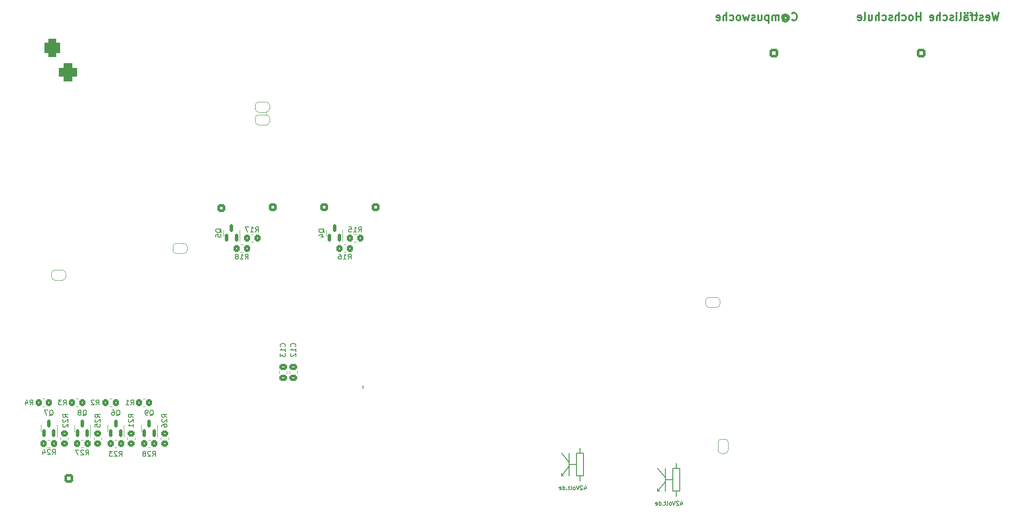
<source format=gbo>
G04 #@! TF.GenerationSoftware,KiCad,Pcbnew,6.0.4-1.fc35*
G04 #@! TF.CreationDate,2022-04-14T23:25:06+02:00*
G04 #@! TF.ProjectId,office_amp,6f666669-6365-45f6-916d-702e6b696361,rev?*
G04 #@! TF.SameCoordinates,Original*
G04 #@! TF.FileFunction,Legend,Bot*
G04 #@! TF.FilePolarity,Positive*
%FSLAX46Y46*%
G04 Gerber Fmt 4.6, Leading zero omitted, Abs format (unit mm)*
G04 Created by KiCad (PCBNEW 6.0.4-1.fc35) date 2022-04-14 23:25:06*
%MOMM*%
%LPD*%
G01*
G04 APERTURE LIST*
G04 Aperture macros list*
%AMRoundRect*
0 Rectangle with rounded corners*
0 $1 Rounding radius*
0 $2 $3 $4 $5 $6 $7 $8 $9 X,Y pos of 4 corners*
0 Add a 4 corners polygon primitive as box body*
4,1,4,$2,$3,$4,$5,$6,$7,$8,$9,$2,$3,0*
0 Add four circle primitives for the rounded corners*
1,1,$1+$1,$2,$3*
1,1,$1+$1,$4,$5*
1,1,$1+$1,$6,$7*
1,1,$1+$1,$8,$9*
0 Add four rect primitives between the rounded corners*
20,1,$1+$1,$2,$3,$4,$5,0*
20,1,$1+$1,$4,$5,$6,$7,0*
20,1,$1+$1,$6,$7,$8,$9,0*
20,1,$1+$1,$8,$9,$2,$3,0*%
%AMFreePoly0*
4,1,20,0.000000,0.744959,0.073905,0.744508,0.209726,0.703889,0.328688,0.626782,0.421226,0.519385,0.479903,0.390333,0.500000,0.250000,0.500000,-0.250000,0.499851,-0.262216,0.476331,-0.402017,0.414519,-0.529596,0.319384,-0.634700,0.198574,-0.708877,0.061801,-0.746166,0.000000,-0.745033,0.000000,-0.750000,-0.500000,-0.750000,-0.500000,0.750000,0.000000,0.750000,0.000000,0.744959,
0.000000,0.744959,$1*%
%AMFreePoly1*
4,1,22,0.500000,-0.750000,0.000000,-0.750000,0.000000,-0.745033,-0.079941,-0.743568,-0.215256,-0.701293,-0.333266,-0.622738,-0.424486,-0.514219,-0.481581,-0.384460,-0.499164,-0.250000,-0.500000,-0.250000,-0.500000,0.250000,-0.499164,0.250000,-0.499963,0.256109,-0.478152,0.396186,-0.417904,0.524511,-0.324060,0.630769,-0.204165,0.706417,-0.067858,0.745374,0.000000,0.744959,0.000000,0.750000,
0.500000,0.750000,0.500000,-0.750000,0.500000,-0.750000,$1*%
G04 Aperture macros list end*
%ADD10C,0.150000*%
%ADD11C,0.300000*%
%ADD12C,0.120000*%
%ADD13FreePoly0,180.000000*%
%ADD14FreePoly1,180.000000*%
%ADD15FreePoly0,270.000000*%
%ADD16FreePoly1,270.000000*%
%ADD17O,1.700000X1.700000*%
%ADD18R,1.700000X1.700000*%
%ADD19C,1.800000*%
%ADD20O,3.500000X2.600000*%
%ADD21C,7.000000*%
%ADD22C,1.700000*%
%ADD23RoundRect,0.250000X0.600000X-0.600000X0.600000X0.600000X-0.600000X0.600000X-0.600000X-0.600000X0*%
%ADD24R,3.500000X3.500000*%
%ADD25RoundRect,0.750000X-0.750000X-1.000000X0.750000X-1.000000X0.750000X1.000000X-0.750000X1.000000X0*%
%ADD26RoundRect,0.875000X-0.875000X-0.875000X0.875000X-0.875000X0.875000X0.875000X-0.875000X0.875000X0*%
%ADD27R,1.600000X1.600000*%
%ADD28C,1.900000*%
%ADD29R,2.000000X2.000000*%
%ADD30C,2.000000*%
%ADD31RoundRect,0.250500X0.499500X0.499500X-0.499500X0.499500X-0.499500X-0.499500X0.499500X-0.499500X0*%
%ADD32C,1.500000*%
%ADD33C,2.340000*%
%ADD34O,1.600000X1.600000*%
%ADD35C,1.600000*%
%ADD36R,2.500000X2.500000*%
%ADD37C,2.500000*%
%ADD38C,2.800000*%
%ADD39RoundRect,0.250000X0.475000X-0.337500X0.475000X0.337500X-0.475000X0.337500X-0.475000X-0.337500X0*%
%ADD40RoundRect,0.250000X0.350000X0.450000X-0.350000X0.450000X-0.350000X-0.450000X0.350000X-0.450000X0*%
%ADD41RoundRect,0.250000X-0.350000X-0.450000X0.350000X-0.450000X0.350000X0.450000X-0.350000X0.450000X0*%
%ADD42RoundRect,0.250000X-0.450000X0.350000X-0.450000X-0.350000X0.450000X-0.350000X0.450000X0.350000X0*%
%ADD43FreePoly1,0.000000*%
%ADD44FreePoly0,0.000000*%
%ADD45RoundRect,0.150000X0.150000X-0.587500X0.150000X0.587500X-0.150000X0.587500X-0.150000X-0.587500X0*%
%ADD46RoundRect,0.250000X0.450000X-0.350000X0.450000X0.350000X-0.450000X0.350000X-0.450000X-0.350000X0*%
G04 APERTURE END LIST*
D10*
X213800000Y-152700000D02*
X213800000Y-153200000D01*
X218100000Y-153200000D02*
X218100000Y-148800000D01*
X216700000Y-148800000D02*
X216700000Y-153200000D01*
X217400000Y-154200000D02*
X217400000Y-153200000D01*
X215300000Y-148800000D02*
X215300000Y-153200000D01*
X218100000Y-148800000D02*
X216700000Y-148800000D01*
X216700000Y-153200000D02*
X218100000Y-153200000D01*
X213800000Y-148800000D02*
X215300000Y-150600000D01*
X217400000Y-147800000D02*
X217400000Y-148800000D01*
X214200000Y-153200000D02*
X213800000Y-153200000D01*
X216700000Y-151000000D02*
X215300000Y-151000000D01*
X213800000Y-153200000D02*
X215300000Y-151400000D01*
X218266666Y-155428571D02*
X218266666Y-155961904D01*
X218457142Y-155123809D02*
X218647619Y-155695238D01*
X218152380Y-155695238D01*
X217885714Y-155238095D02*
X217847619Y-155200000D01*
X217771428Y-155161904D01*
X217580952Y-155161904D01*
X217504761Y-155200000D01*
X217466666Y-155238095D01*
X217428571Y-155314285D01*
X217428571Y-155390476D01*
X217466666Y-155504761D01*
X217923809Y-155961904D01*
X217428571Y-155961904D01*
X217200000Y-155161904D02*
X216933333Y-155961904D01*
X216666666Y-155161904D01*
X216285714Y-155961904D02*
X216361904Y-155923809D01*
X216400000Y-155885714D01*
X216438095Y-155809523D01*
X216438095Y-155580952D01*
X216400000Y-155504761D01*
X216361904Y-155466666D01*
X216285714Y-155428571D01*
X216171428Y-155428571D01*
X216095238Y-155466666D01*
X216057142Y-155504761D01*
X216019047Y-155580952D01*
X216019047Y-155809523D01*
X216057142Y-155885714D01*
X216095238Y-155923809D01*
X216171428Y-155961904D01*
X216285714Y-155961904D01*
X215561904Y-155961904D02*
X215638095Y-155923809D01*
X215676190Y-155847619D01*
X215676190Y-155161904D01*
X215371428Y-155428571D02*
X215066666Y-155428571D01*
X215257142Y-155161904D02*
X215257142Y-155847619D01*
X215219047Y-155923809D01*
X215142857Y-155961904D01*
X215066666Y-155961904D01*
X214800000Y-155885714D02*
X214761904Y-155923809D01*
X214800000Y-155961904D01*
X214838095Y-155923809D01*
X214800000Y-155885714D01*
X214800000Y-155961904D01*
X214076190Y-155961904D02*
X214076190Y-155161904D01*
X214076190Y-155923809D02*
X214152380Y-155961904D01*
X214304761Y-155961904D01*
X214380952Y-155923809D01*
X214419047Y-155885714D01*
X214457142Y-155809523D01*
X214457142Y-155580952D01*
X214419047Y-155504761D01*
X214380952Y-155466666D01*
X214304761Y-155428571D01*
X214152380Y-155428571D01*
X214076190Y-155466666D01*
X213390476Y-155923809D02*
X213466666Y-155961904D01*
X213619047Y-155961904D01*
X213695238Y-155923809D01*
X213733333Y-155847619D01*
X213733333Y-155542857D01*
X213695238Y-155466666D01*
X213619047Y-155428571D01*
X213466666Y-155428571D01*
X213390476Y-155466666D01*
X213352380Y-155542857D01*
X213352380Y-155619047D01*
X213733333Y-155695238D01*
D11*
X280090714Y-60178571D02*
X279733571Y-61678571D01*
X279447857Y-60607142D01*
X279162142Y-61678571D01*
X278805000Y-60178571D01*
X277662142Y-61607142D02*
X277805000Y-61678571D01*
X278090714Y-61678571D01*
X278233571Y-61607142D01*
X278305000Y-61464285D01*
X278305000Y-60892857D01*
X278233571Y-60750000D01*
X278090714Y-60678571D01*
X277805000Y-60678571D01*
X277662142Y-60750000D01*
X277590714Y-60892857D01*
X277590714Y-61035714D01*
X278305000Y-61178571D01*
X277019285Y-61607142D02*
X276876428Y-61678571D01*
X276590714Y-61678571D01*
X276447857Y-61607142D01*
X276376428Y-61464285D01*
X276376428Y-61392857D01*
X276447857Y-61250000D01*
X276590714Y-61178571D01*
X276805000Y-61178571D01*
X276947857Y-61107142D01*
X277019285Y-60964285D01*
X277019285Y-60892857D01*
X276947857Y-60750000D01*
X276805000Y-60678571D01*
X276590714Y-60678571D01*
X276447857Y-60750000D01*
X275947857Y-60678571D02*
X275376428Y-60678571D01*
X275733571Y-60178571D02*
X275733571Y-61464285D01*
X275662142Y-61607142D01*
X275519285Y-61678571D01*
X275376428Y-61678571D01*
X275090714Y-60678571D02*
X274519285Y-60678571D01*
X274876428Y-61678571D02*
X274876428Y-60392857D01*
X274805000Y-60250000D01*
X274662142Y-60178571D01*
X274519285Y-60178571D01*
X273376428Y-61678571D02*
X273376428Y-60892857D01*
X273447857Y-60750000D01*
X273590714Y-60678571D01*
X273876428Y-60678571D01*
X274019285Y-60750000D01*
X273376428Y-61607142D02*
X273519285Y-61678571D01*
X273876428Y-61678571D01*
X274019285Y-61607142D01*
X274090714Y-61464285D01*
X274090714Y-61321428D01*
X274019285Y-61178571D01*
X273876428Y-61107142D01*
X273519285Y-61107142D01*
X273376428Y-61035714D01*
X274019285Y-60178571D02*
X273947857Y-60250000D01*
X274019285Y-60321428D01*
X274090714Y-60250000D01*
X274019285Y-60178571D01*
X274019285Y-60321428D01*
X273447857Y-60178571D02*
X273376428Y-60250000D01*
X273447857Y-60321428D01*
X273519285Y-60250000D01*
X273447857Y-60178571D01*
X273447857Y-60321428D01*
X272447857Y-61678571D02*
X272590714Y-61607142D01*
X272662142Y-61464285D01*
X272662142Y-60178571D01*
X271876428Y-61678571D02*
X271876428Y-60678571D01*
X271876428Y-60178571D02*
X271947857Y-60250000D01*
X271876428Y-60321428D01*
X271805000Y-60250000D01*
X271876428Y-60178571D01*
X271876428Y-60321428D01*
X271233571Y-61607142D02*
X271090714Y-61678571D01*
X270805000Y-61678571D01*
X270662142Y-61607142D01*
X270590714Y-61464285D01*
X270590714Y-61392857D01*
X270662142Y-61250000D01*
X270805000Y-61178571D01*
X271019285Y-61178571D01*
X271162142Y-61107142D01*
X271233571Y-60964285D01*
X271233571Y-60892857D01*
X271162142Y-60750000D01*
X271019285Y-60678571D01*
X270805000Y-60678571D01*
X270662142Y-60750000D01*
X269305000Y-61607142D02*
X269447857Y-61678571D01*
X269733571Y-61678571D01*
X269876428Y-61607142D01*
X269947857Y-61535714D01*
X270019285Y-61392857D01*
X270019285Y-60964285D01*
X269947857Y-60821428D01*
X269876428Y-60750000D01*
X269733571Y-60678571D01*
X269447857Y-60678571D01*
X269305000Y-60750000D01*
X268662142Y-61678571D02*
X268662142Y-60178571D01*
X268019285Y-61678571D02*
X268019285Y-60892857D01*
X268090714Y-60750000D01*
X268233571Y-60678571D01*
X268447857Y-60678571D01*
X268590714Y-60750000D01*
X268662142Y-60821428D01*
X266733571Y-61607142D02*
X266876428Y-61678571D01*
X267162142Y-61678571D01*
X267305000Y-61607142D01*
X267376428Y-61464285D01*
X267376428Y-60892857D01*
X267305000Y-60750000D01*
X267162142Y-60678571D01*
X266876428Y-60678571D01*
X266733571Y-60750000D01*
X266662142Y-60892857D01*
X266662142Y-61035714D01*
X267376428Y-61178571D01*
X264876428Y-61678571D02*
X264876428Y-60178571D01*
X264876428Y-60892857D02*
X264019285Y-60892857D01*
X264019285Y-61678571D02*
X264019285Y-60178571D01*
X263090714Y-61678571D02*
X263233571Y-61607142D01*
X263305000Y-61535714D01*
X263376428Y-61392857D01*
X263376428Y-60964285D01*
X263305000Y-60821428D01*
X263233571Y-60750000D01*
X263090714Y-60678571D01*
X262876428Y-60678571D01*
X262733571Y-60750000D01*
X262662142Y-60821428D01*
X262590714Y-60964285D01*
X262590714Y-61392857D01*
X262662142Y-61535714D01*
X262733571Y-61607142D01*
X262876428Y-61678571D01*
X263090714Y-61678571D01*
X261305000Y-61607142D02*
X261447857Y-61678571D01*
X261733571Y-61678571D01*
X261876428Y-61607142D01*
X261947857Y-61535714D01*
X262019285Y-61392857D01*
X262019285Y-60964285D01*
X261947857Y-60821428D01*
X261876428Y-60750000D01*
X261733571Y-60678571D01*
X261447857Y-60678571D01*
X261305000Y-60750000D01*
X260662142Y-61678571D02*
X260662142Y-60178571D01*
X260019285Y-61678571D02*
X260019285Y-60892857D01*
X260090714Y-60750000D01*
X260233571Y-60678571D01*
X260447857Y-60678571D01*
X260590714Y-60750000D01*
X260662142Y-60821428D01*
X259376428Y-61607142D02*
X259233571Y-61678571D01*
X258947857Y-61678571D01*
X258805000Y-61607142D01*
X258733571Y-61464285D01*
X258733571Y-61392857D01*
X258805000Y-61250000D01*
X258947857Y-61178571D01*
X259162142Y-61178571D01*
X259305000Y-61107142D01*
X259376428Y-60964285D01*
X259376428Y-60892857D01*
X259305000Y-60750000D01*
X259162142Y-60678571D01*
X258947857Y-60678571D01*
X258805000Y-60750000D01*
X257447857Y-61607142D02*
X257590714Y-61678571D01*
X257876428Y-61678571D01*
X258019285Y-61607142D01*
X258090714Y-61535714D01*
X258162142Y-61392857D01*
X258162142Y-60964285D01*
X258090714Y-60821428D01*
X258019285Y-60750000D01*
X257876428Y-60678571D01*
X257590714Y-60678571D01*
X257447857Y-60750000D01*
X256805000Y-61678571D02*
X256805000Y-60178571D01*
X256162142Y-61678571D02*
X256162142Y-60892857D01*
X256233571Y-60750000D01*
X256376428Y-60678571D01*
X256590714Y-60678571D01*
X256733571Y-60750000D01*
X256805000Y-60821428D01*
X254805000Y-60678571D02*
X254805000Y-61678571D01*
X255447857Y-60678571D02*
X255447857Y-61464285D01*
X255376428Y-61607142D01*
X255233571Y-61678571D01*
X255019285Y-61678571D01*
X254876428Y-61607142D01*
X254805000Y-61535714D01*
X253876428Y-61678571D02*
X254019285Y-61607142D01*
X254090714Y-61464285D01*
X254090714Y-60178571D01*
X252733571Y-61607142D02*
X252876428Y-61678571D01*
X253162142Y-61678571D01*
X253305000Y-61607142D01*
X253376428Y-61464285D01*
X253376428Y-60892857D01*
X253305000Y-60750000D01*
X253162142Y-60678571D01*
X252876428Y-60678571D01*
X252733571Y-60750000D01*
X252662142Y-60892857D01*
X252662142Y-61035714D01*
X253376428Y-61178571D01*
X239892857Y-61535714D02*
X239964285Y-61607142D01*
X240178571Y-61678571D01*
X240321428Y-61678571D01*
X240535714Y-61607142D01*
X240678571Y-61464285D01*
X240750000Y-61321428D01*
X240821428Y-61035714D01*
X240821428Y-60821428D01*
X240750000Y-60535714D01*
X240678571Y-60392857D01*
X240535714Y-60250000D01*
X240321428Y-60178571D01*
X240178571Y-60178571D01*
X239964285Y-60250000D01*
X239892857Y-60321428D01*
X238321428Y-60964285D02*
X238392857Y-60892857D01*
X238535714Y-60821428D01*
X238678571Y-60821428D01*
X238821428Y-60892857D01*
X238892857Y-60964285D01*
X238964285Y-61107142D01*
X238964285Y-61250000D01*
X238892857Y-61392857D01*
X238821428Y-61464285D01*
X238678571Y-61535714D01*
X238535714Y-61535714D01*
X238392857Y-61464285D01*
X238321428Y-61392857D01*
X238321428Y-60821428D02*
X238321428Y-61392857D01*
X238250000Y-61464285D01*
X238178571Y-61464285D01*
X238035714Y-61392857D01*
X237964285Y-61250000D01*
X237964285Y-60892857D01*
X238107142Y-60678571D01*
X238321428Y-60535714D01*
X238607142Y-60464285D01*
X238892857Y-60535714D01*
X239107142Y-60678571D01*
X239250000Y-60892857D01*
X239321428Y-61178571D01*
X239250000Y-61464285D01*
X239107142Y-61678571D01*
X238892857Y-61821428D01*
X238607142Y-61892857D01*
X238321428Y-61821428D01*
X238107142Y-61678571D01*
X237321428Y-61678571D02*
X237321428Y-60678571D01*
X237321428Y-60821428D02*
X237250000Y-60750000D01*
X237107142Y-60678571D01*
X236892857Y-60678571D01*
X236750000Y-60750000D01*
X236678571Y-60892857D01*
X236678571Y-61678571D01*
X236678571Y-60892857D02*
X236607142Y-60750000D01*
X236464285Y-60678571D01*
X236250000Y-60678571D01*
X236107142Y-60750000D01*
X236035714Y-60892857D01*
X236035714Y-61678571D01*
X235321428Y-60678571D02*
X235321428Y-62178571D01*
X235321428Y-60750000D02*
X235178571Y-60678571D01*
X234892857Y-60678571D01*
X234750000Y-60750000D01*
X234678571Y-60821428D01*
X234607142Y-60964285D01*
X234607142Y-61392857D01*
X234678571Y-61535714D01*
X234750000Y-61607142D01*
X234892857Y-61678571D01*
X235178571Y-61678571D01*
X235321428Y-61607142D01*
X233321428Y-60678571D02*
X233321428Y-61678571D01*
X233964285Y-60678571D02*
X233964285Y-61464285D01*
X233892857Y-61607142D01*
X233750000Y-61678571D01*
X233535714Y-61678571D01*
X233392857Y-61607142D01*
X233321428Y-61535714D01*
X232678571Y-61607142D02*
X232535714Y-61678571D01*
X232250000Y-61678571D01*
X232107142Y-61607142D01*
X232035714Y-61464285D01*
X232035714Y-61392857D01*
X232107142Y-61250000D01*
X232250000Y-61178571D01*
X232464285Y-61178571D01*
X232607142Y-61107142D01*
X232678571Y-60964285D01*
X232678571Y-60892857D01*
X232607142Y-60750000D01*
X232464285Y-60678571D01*
X232250000Y-60678571D01*
X232107142Y-60750000D01*
X231535714Y-60678571D02*
X231250000Y-61678571D01*
X230964285Y-60964285D01*
X230678571Y-61678571D01*
X230392857Y-60678571D01*
X229607142Y-61678571D02*
X229750000Y-61607142D01*
X229821428Y-61535714D01*
X229892857Y-61392857D01*
X229892857Y-60964285D01*
X229821428Y-60821428D01*
X229750000Y-60750000D01*
X229607142Y-60678571D01*
X229392857Y-60678571D01*
X229250000Y-60750000D01*
X229178571Y-60821428D01*
X229107142Y-60964285D01*
X229107142Y-61392857D01*
X229178571Y-61535714D01*
X229250000Y-61607142D01*
X229392857Y-61678571D01*
X229607142Y-61678571D01*
X227821428Y-61607142D02*
X227964285Y-61678571D01*
X228250000Y-61678571D01*
X228392857Y-61607142D01*
X228464285Y-61535714D01*
X228535714Y-61392857D01*
X228535714Y-60964285D01*
X228464285Y-60821428D01*
X228392857Y-60750000D01*
X228250000Y-60678571D01*
X227964285Y-60678571D01*
X227821428Y-60750000D01*
X227178571Y-61678571D02*
X227178571Y-60178571D01*
X226535714Y-61678571D02*
X226535714Y-60892857D01*
X226607142Y-60750000D01*
X226750000Y-60678571D01*
X226964285Y-60678571D01*
X227107142Y-60750000D01*
X227178571Y-60821428D01*
X225250000Y-61607142D02*
X225392857Y-61678571D01*
X225678571Y-61678571D01*
X225821428Y-61607142D01*
X225892857Y-61464285D01*
X225892857Y-60892857D01*
X225821428Y-60750000D01*
X225678571Y-60678571D01*
X225392857Y-60678571D01*
X225250000Y-60750000D01*
X225178571Y-60892857D01*
X225178571Y-61035714D01*
X225892857Y-61178571D01*
D10*
X195500000Y-150200000D02*
X195100000Y-150200000D01*
X196600000Y-145800000D02*
X196600000Y-150200000D01*
X195100000Y-145800000D02*
X196600000Y-147600000D01*
X198000000Y-150200000D02*
X199400000Y-150200000D01*
X198700000Y-144800000D02*
X198700000Y-145800000D01*
X195100000Y-149700000D02*
X195100000Y-150200000D01*
X195100000Y-150200000D02*
X196600000Y-148400000D01*
X199400000Y-150200000D02*
X199400000Y-145800000D01*
X199400000Y-145800000D02*
X198000000Y-145800000D01*
X156500000Y-132700000D02*
X156500000Y-133200000D01*
X198700000Y-151200000D02*
X198700000Y-150200000D01*
X198000000Y-145800000D02*
X198000000Y-150200000D01*
X198000000Y-148000000D02*
X196600000Y-148000000D01*
X199566666Y-152428571D02*
X199566666Y-152961904D01*
X199757142Y-152123809D02*
X199947619Y-152695238D01*
X199452380Y-152695238D01*
X199185714Y-152238095D02*
X199147619Y-152200000D01*
X199071428Y-152161904D01*
X198880952Y-152161904D01*
X198804761Y-152200000D01*
X198766666Y-152238095D01*
X198728571Y-152314285D01*
X198728571Y-152390476D01*
X198766666Y-152504761D01*
X199223809Y-152961904D01*
X198728571Y-152961904D01*
X198500000Y-152161904D02*
X198233333Y-152961904D01*
X197966666Y-152161904D01*
X197585714Y-152961904D02*
X197661904Y-152923809D01*
X197700000Y-152885714D01*
X197738095Y-152809523D01*
X197738095Y-152580952D01*
X197700000Y-152504761D01*
X197661904Y-152466666D01*
X197585714Y-152428571D01*
X197471428Y-152428571D01*
X197395238Y-152466666D01*
X197357142Y-152504761D01*
X197319047Y-152580952D01*
X197319047Y-152809523D01*
X197357142Y-152885714D01*
X197395238Y-152923809D01*
X197471428Y-152961904D01*
X197585714Y-152961904D01*
X196861904Y-152961904D02*
X196938095Y-152923809D01*
X196976190Y-152847619D01*
X196976190Y-152161904D01*
X196671428Y-152428571D02*
X196366666Y-152428571D01*
X196557142Y-152161904D02*
X196557142Y-152847619D01*
X196519047Y-152923809D01*
X196442857Y-152961904D01*
X196366666Y-152961904D01*
X196100000Y-152885714D02*
X196061904Y-152923809D01*
X196100000Y-152961904D01*
X196138095Y-152923809D01*
X196100000Y-152885714D01*
X196100000Y-152961904D01*
X195376190Y-152961904D02*
X195376190Y-152161904D01*
X195376190Y-152923809D02*
X195452380Y-152961904D01*
X195604761Y-152961904D01*
X195680952Y-152923809D01*
X195719047Y-152885714D01*
X195757142Y-152809523D01*
X195757142Y-152580952D01*
X195719047Y-152504761D01*
X195680952Y-152466666D01*
X195604761Y-152428571D01*
X195452380Y-152428571D01*
X195376190Y-152466666D01*
X194690476Y-152923809D02*
X194766666Y-152961904D01*
X194919047Y-152961904D01*
X194995238Y-152923809D01*
X195033333Y-152847619D01*
X195033333Y-152542857D01*
X194995238Y-152466666D01*
X194919047Y-152428571D01*
X194766666Y-152428571D01*
X194690476Y-152466666D01*
X194652380Y-152542857D01*
X194652380Y-152619047D01*
X195033333Y-152695238D01*
X141357142Y-125107142D02*
X141404761Y-125059523D01*
X141452380Y-124916666D01*
X141452380Y-124821428D01*
X141404761Y-124678571D01*
X141309523Y-124583333D01*
X141214285Y-124535714D01*
X141023809Y-124488095D01*
X140880952Y-124488095D01*
X140690476Y-124535714D01*
X140595238Y-124583333D01*
X140500000Y-124678571D01*
X140452380Y-124821428D01*
X140452380Y-124916666D01*
X140500000Y-125059523D01*
X140547619Y-125107142D01*
X141452380Y-126059523D02*
X141452380Y-125488095D01*
X141452380Y-125773809D02*
X140452380Y-125773809D01*
X140595238Y-125678571D01*
X140690476Y-125583333D01*
X140738095Y-125488095D01*
X140452380Y-126392857D02*
X140452380Y-127011904D01*
X140833333Y-126678571D01*
X140833333Y-126821428D01*
X140880952Y-126916666D01*
X140928571Y-126964285D01*
X141023809Y-127011904D01*
X141261904Y-127011904D01*
X141357142Y-126964285D01*
X141404761Y-126916666D01*
X141452380Y-126821428D01*
X141452380Y-126535714D01*
X141404761Y-126440476D01*
X141357142Y-126392857D01*
X111416666Y-136452380D02*
X111750000Y-135976190D01*
X111988095Y-136452380D02*
X111988095Y-135452380D01*
X111607142Y-135452380D01*
X111511904Y-135500000D01*
X111464285Y-135547619D01*
X111416666Y-135642857D01*
X111416666Y-135785714D01*
X111464285Y-135880952D01*
X111511904Y-135928571D01*
X111607142Y-135976190D01*
X111988095Y-135976190D01*
X110464285Y-136452380D02*
X111035714Y-136452380D01*
X110750000Y-136452380D02*
X110750000Y-135452380D01*
X110845238Y-135595238D01*
X110940476Y-135690476D01*
X111035714Y-135738095D01*
X104666666Y-136452380D02*
X105000000Y-135976190D01*
X105238095Y-136452380D02*
X105238095Y-135452380D01*
X104857142Y-135452380D01*
X104761904Y-135500000D01*
X104714285Y-135547619D01*
X104666666Y-135642857D01*
X104666666Y-135785714D01*
X104714285Y-135880952D01*
X104761904Y-135928571D01*
X104857142Y-135976190D01*
X105238095Y-135976190D01*
X104285714Y-135547619D02*
X104238095Y-135500000D01*
X104142857Y-135452380D01*
X103904761Y-135452380D01*
X103809523Y-135500000D01*
X103761904Y-135547619D01*
X103714285Y-135642857D01*
X103714285Y-135738095D01*
X103761904Y-135880952D01*
X104333333Y-136452380D01*
X103714285Y-136452380D01*
X98316666Y-136452380D02*
X98650000Y-135976190D01*
X98888095Y-136452380D02*
X98888095Y-135452380D01*
X98507142Y-135452380D01*
X98411904Y-135500000D01*
X98364285Y-135547619D01*
X98316666Y-135642857D01*
X98316666Y-135785714D01*
X98364285Y-135880952D01*
X98411904Y-135928571D01*
X98507142Y-135976190D01*
X98888095Y-135976190D01*
X97983333Y-135452380D02*
X97364285Y-135452380D01*
X97697619Y-135833333D01*
X97554761Y-135833333D01*
X97459523Y-135880952D01*
X97411904Y-135928571D01*
X97364285Y-136023809D01*
X97364285Y-136261904D01*
X97411904Y-136357142D01*
X97459523Y-136404761D01*
X97554761Y-136452380D01*
X97840476Y-136452380D01*
X97935714Y-136404761D01*
X97983333Y-136357142D01*
X91816666Y-136452380D02*
X92150000Y-135976190D01*
X92388095Y-136452380D02*
X92388095Y-135452380D01*
X92007142Y-135452380D01*
X91911904Y-135500000D01*
X91864285Y-135547619D01*
X91816666Y-135642857D01*
X91816666Y-135785714D01*
X91864285Y-135880952D01*
X91911904Y-135928571D01*
X92007142Y-135976190D01*
X92388095Y-135976190D01*
X90959523Y-135785714D02*
X90959523Y-136452380D01*
X91197619Y-135404761D02*
X91435714Y-136119047D01*
X90816666Y-136119047D01*
X143357142Y-125107142D02*
X143404761Y-125059523D01*
X143452380Y-124916666D01*
X143452380Y-124821428D01*
X143404761Y-124678571D01*
X143309523Y-124583333D01*
X143214285Y-124535714D01*
X143023809Y-124488095D01*
X142880952Y-124488095D01*
X142690476Y-124535714D01*
X142595238Y-124583333D01*
X142500000Y-124678571D01*
X142452380Y-124821428D01*
X142452380Y-124916666D01*
X142500000Y-125059523D01*
X142547619Y-125107142D01*
X143452380Y-126059523D02*
X143452380Y-125488095D01*
X143452380Y-125773809D02*
X142452380Y-125773809D01*
X142595238Y-125678571D01*
X142690476Y-125583333D01*
X142738095Y-125488095D01*
X142547619Y-126440476D02*
X142500000Y-126488095D01*
X142452380Y-126583333D01*
X142452380Y-126821428D01*
X142500000Y-126916666D01*
X142547619Y-126964285D01*
X142642857Y-127011904D01*
X142738095Y-127011904D01*
X142880952Y-126964285D01*
X143452380Y-126392857D01*
X143452380Y-127011904D01*
X133642857Y-108102380D02*
X133976190Y-107626190D01*
X134214285Y-108102380D02*
X134214285Y-107102380D01*
X133833333Y-107102380D01*
X133738095Y-107150000D01*
X133690476Y-107197619D01*
X133642857Y-107292857D01*
X133642857Y-107435714D01*
X133690476Y-107530952D01*
X133738095Y-107578571D01*
X133833333Y-107626190D01*
X134214285Y-107626190D01*
X132690476Y-108102380D02*
X133261904Y-108102380D01*
X132976190Y-108102380D02*
X132976190Y-107102380D01*
X133071428Y-107245238D01*
X133166666Y-107340476D01*
X133261904Y-107388095D01*
X132119047Y-107530952D02*
X132214285Y-107483333D01*
X132261904Y-107435714D01*
X132309523Y-107340476D01*
X132309523Y-107292857D01*
X132261904Y-107197619D01*
X132214285Y-107150000D01*
X132119047Y-107102380D01*
X131928571Y-107102380D01*
X131833333Y-107150000D01*
X131785714Y-107197619D01*
X131738095Y-107292857D01*
X131738095Y-107340476D01*
X131785714Y-107435714D01*
X131833333Y-107483333D01*
X131928571Y-107530952D01*
X132119047Y-107530952D01*
X132214285Y-107578571D01*
X132261904Y-107626190D01*
X132309523Y-107721428D01*
X132309523Y-107911904D01*
X132261904Y-108007142D01*
X132214285Y-108054761D01*
X132119047Y-108102380D01*
X131928571Y-108102380D01*
X131833333Y-108054761D01*
X131785714Y-108007142D01*
X131738095Y-107911904D01*
X131738095Y-107721428D01*
X131785714Y-107626190D01*
X131833333Y-107578571D01*
X131928571Y-107530952D01*
X96142857Y-146102380D02*
X96476190Y-145626190D01*
X96714285Y-146102380D02*
X96714285Y-145102380D01*
X96333333Y-145102380D01*
X96238095Y-145150000D01*
X96190476Y-145197619D01*
X96142857Y-145292857D01*
X96142857Y-145435714D01*
X96190476Y-145530952D01*
X96238095Y-145578571D01*
X96333333Y-145626190D01*
X96714285Y-145626190D01*
X95761904Y-145197619D02*
X95714285Y-145150000D01*
X95619047Y-145102380D01*
X95380952Y-145102380D01*
X95285714Y-145150000D01*
X95238095Y-145197619D01*
X95190476Y-145292857D01*
X95190476Y-145388095D01*
X95238095Y-145530952D01*
X95809523Y-146102380D01*
X95190476Y-146102380D01*
X94333333Y-145435714D02*
X94333333Y-146102380D01*
X94571428Y-145054761D02*
X94809523Y-145769047D01*
X94190476Y-145769047D01*
X115642857Y-146452380D02*
X115976190Y-145976190D01*
X116214285Y-146452380D02*
X116214285Y-145452380D01*
X115833333Y-145452380D01*
X115738095Y-145500000D01*
X115690476Y-145547619D01*
X115642857Y-145642857D01*
X115642857Y-145785714D01*
X115690476Y-145880952D01*
X115738095Y-145928571D01*
X115833333Y-145976190D01*
X116214285Y-145976190D01*
X115261904Y-145547619D02*
X115214285Y-145500000D01*
X115119047Y-145452380D01*
X114880952Y-145452380D01*
X114785714Y-145500000D01*
X114738095Y-145547619D01*
X114690476Y-145642857D01*
X114690476Y-145738095D01*
X114738095Y-145880952D01*
X115309523Y-146452380D01*
X114690476Y-146452380D01*
X114119047Y-145880952D02*
X114214285Y-145833333D01*
X114261904Y-145785714D01*
X114309523Y-145690476D01*
X114309523Y-145642857D01*
X114261904Y-145547619D01*
X114214285Y-145500000D01*
X114119047Y-145452380D01*
X113928571Y-145452380D01*
X113833333Y-145500000D01*
X113785714Y-145547619D01*
X113738095Y-145642857D01*
X113738095Y-145690476D01*
X113785714Y-145785714D01*
X113833333Y-145833333D01*
X113928571Y-145880952D01*
X114119047Y-145880952D01*
X114214285Y-145928571D01*
X114261904Y-145976190D01*
X114309523Y-146071428D01*
X114309523Y-146261904D01*
X114261904Y-146357142D01*
X114214285Y-146404761D01*
X114119047Y-146452380D01*
X113928571Y-146452380D01*
X113833333Y-146404761D01*
X113785714Y-146357142D01*
X113738095Y-146261904D01*
X113738095Y-146071428D01*
X113785714Y-145976190D01*
X113833333Y-145928571D01*
X113928571Y-145880952D01*
X135642857Y-102802380D02*
X135976190Y-102326190D01*
X136214285Y-102802380D02*
X136214285Y-101802380D01*
X135833333Y-101802380D01*
X135738095Y-101850000D01*
X135690476Y-101897619D01*
X135642857Y-101992857D01*
X135642857Y-102135714D01*
X135690476Y-102230952D01*
X135738095Y-102278571D01*
X135833333Y-102326190D01*
X136214285Y-102326190D01*
X134690476Y-102802380D02*
X135261904Y-102802380D01*
X134976190Y-102802380D02*
X134976190Y-101802380D01*
X135071428Y-101945238D01*
X135166666Y-102040476D01*
X135261904Y-102088095D01*
X134357142Y-101802380D02*
X133690476Y-101802380D01*
X134119047Y-102802380D01*
X155642857Y-102802380D02*
X155976190Y-102326190D01*
X156214285Y-102802380D02*
X156214285Y-101802380D01*
X155833333Y-101802380D01*
X155738095Y-101850000D01*
X155690476Y-101897619D01*
X155642857Y-101992857D01*
X155642857Y-102135714D01*
X155690476Y-102230952D01*
X155738095Y-102278571D01*
X155833333Y-102326190D01*
X156214285Y-102326190D01*
X154690476Y-102802380D02*
X155261904Y-102802380D01*
X154976190Y-102802380D02*
X154976190Y-101802380D01*
X155071428Y-101945238D01*
X155166666Y-102040476D01*
X155261904Y-102088095D01*
X153785714Y-101802380D02*
X154261904Y-101802380D01*
X154309523Y-102278571D01*
X154261904Y-102230952D01*
X154166666Y-102183333D01*
X153928571Y-102183333D01*
X153833333Y-102230952D01*
X153785714Y-102278571D01*
X153738095Y-102373809D01*
X153738095Y-102611904D01*
X153785714Y-102707142D01*
X153833333Y-102754761D01*
X153928571Y-102802380D01*
X154166666Y-102802380D01*
X154261904Y-102754761D01*
X154309523Y-102707142D01*
X105452380Y-138857142D02*
X104976190Y-138523809D01*
X105452380Y-138285714D02*
X104452380Y-138285714D01*
X104452380Y-138666666D01*
X104500000Y-138761904D01*
X104547619Y-138809523D01*
X104642857Y-138857142D01*
X104785714Y-138857142D01*
X104880952Y-138809523D01*
X104928571Y-138761904D01*
X104976190Y-138666666D01*
X104976190Y-138285714D01*
X104547619Y-139238095D02*
X104500000Y-139285714D01*
X104452380Y-139380952D01*
X104452380Y-139619047D01*
X104500000Y-139714285D01*
X104547619Y-139761904D01*
X104642857Y-139809523D01*
X104738095Y-139809523D01*
X104880952Y-139761904D01*
X105452380Y-139190476D01*
X105452380Y-139809523D01*
X104452380Y-140714285D02*
X104452380Y-140238095D01*
X104928571Y-140190476D01*
X104880952Y-140238095D01*
X104833333Y-140333333D01*
X104833333Y-140571428D01*
X104880952Y-140666666D01*
X104928571Y-140714285D01*
X105023809Y-140761904D01*
X105261904Y-140761904D01*
X105357142Y-140714285D01*
X105404761Y-140666666D01*
X105452380Y-140571428D01*
X105452380Y-140333333D01*
X105404761Y-140238095D01*
X105357142Y-140190476D01*
X111952380Y-138857142D02*
X111476190Y-138523809D01*
X111952380Y-138285714D02*
X110952380Y-138285714D01*
X110952380Y-138666666D01*
X111000000Y-138761904D01*
X111047619Y-138809523D01*
X111142857Y-138857142D01*
X111285714Y-138857142D01*
X111380952Y-138809523D01*
X111428571Y-138761904D01*
X111476190Y-138666666D01*
X111476190Y-138285714D01*
X111047619Y-139238095D02*
X111000000Y-139285714D01*
X110952380Y-139380952D01*
X110952380Y-139619047D01*
X111000000Y-139714285D01*
X111047619Y-139761904D01*
X111142857Y-139809523D01*
X111238095Y-139809523D01*
X111380952Y-139761904D01*
X111952380Y-139190476D01*
X111952380Y-139809523D01*
X111952380Y-140761904D02*
X111952380Y-140190476D01*
X111952380Y-140476190D02*
X110952380Y-140476190D01*
X111095238Y-140380952D01*
X111190476Y-140285714D01*
X111238095Y-140190476D01*
X118452380Y-138857142D02*
X117976190Y-138523809D01*
X118452380Y-138285714D02*
X117452380Y-138285714D01*
X117452380Y-138666666D01*
X117500000Y-138761904D01*
X117547619Y-138809523D01*
X117642857Y-138857142D01*
X117785714Y-138857142D01*
X117880952Y-138809523D01*
X117928571Y-138761904D01*
X117976190Y-138666666D01*
X117976190Y-138285714D01*
X117547619Y-139238095D02*
X117500000Y-139285714D01*
X117452380Y-139380952D01*
X117452380Y-139619047D01*
X117500000Y-139714285D01*
X117547619Y-139761904D01*
X117642857Y-139809523D01*
X117738095Y-139809523D01*
X117880952Y-139761904D01*
X118452380Y-139190476D01*
X118452380Y-139809523D01*
X117452380Y-140666666D02*
X117452380Y-140476190D01*
X117500000Y-140380952D01*
X117547619Y-140333333D01*
X117690476Y-140238095D01*
X117880952Y-140190476D01*
X118261904Y-140190476D01*
X118357142Y-140238095D01*
X118404761Y-140285714D01*
X118452380Y-140380952D01*
X118452380Y-140571428D01*
X118404761Y-140666666D01*
X118357142Y-140714285D01*
X118261904Y-140761904D01*
X118023809Y-140761904D01*
X117928571Y-140714285D01*
X117880952Y-140666666D01*
X117833333Y-140571428D01*
X117833333Y-140380952D01*
X117880952Y-140285714D01*
X117928571Y-140238095D01*
X118023809Y-140190476D01*
X149047619Y-102904761D02*
X149000000Y-102809523D01*
X148904761Y-102714285D01*
X148761904Y-102571428D01*
X148714285Y-102476190D01*
X148714285Y-102380952D01*
X148952380Y-102428571D02*
X148904761Y-102333333D01*
X148809523Y-102238095D01*
X148619047Y-102190476D01*
X148285714Y-102190476D01*
X148095238Y-102238095D01*
X148000000Y-102333333D01*
X147952380Y-102428571D01*
X147952380Y-102619047D01*
X148000000Y-102714285D01*
X148095238Y-102809523D01*
X148285714Y-102857142D01*
X148619047Y-102857142D01*
X148809523Y-102809523D01*
X148904761Y-102714285D01*
X148952380Y-102619047D01*
X148952380Y-102428571D01*
X148285714Y-103714285D02*
X148952380Y-103714285D01*
X147904761Y-103476190D02*
X148619047Y-103238095D01*
X148619047Y-103857142D01*
X102642857Y-146202380D02*
X102976190Y-145726190D01*
X103214285Y-146202380D02*
X103214285Y-145202380D01*
X102833333Y-145202380D01*
X102738095Y-145250000D01*
X102690476Y-145297619D01*
X102642857Y-145392857D01*
X102642857Y-145535714D01*
X102690476Y-145630952D01*
X102738095Y-145678571D01*
X102833333Y-145726190D01*
X103214285Y-145726190D01*
X102261904Y-145297619D02*
X102214285Y-145250000D01*
X102119047Y-145202380D01*
X101880952Y-145202380D01*
X101785714Y-145250000D01*
X101738095Y-145297619D01*
X101690476Y-145392857D01*
X101690476Y-145488095D01*
X101738095Y-145630952D01*
X102309523Y-146202380D01*
X101690476Y-146202380D01*
X101357142Y-145202380D02*
X100690476Y-145202380D01*
X101119047Y-146202380D01*
X99202380Y-138857142D02*
X98726190Y-138523809D01*
X99202380Y-138285714D02*
X98202380Y-138285714D01*
X98202380Y-138666666D01*
X98250000Y-138761904D01*
X98297619Y-138809523D01*
X98392857Y-138857142D01*
X98535714Y-138857142D01*
X98630952Y-138809523D01*
X98678571Y-138761904D01*
X98726190Y-138666666D01*
X98726190Y-138285714D01*
X98297619Y-139238095D02*
X98250000Y-139285714D01*
X98202380Y-139380952D01*
X98202380Y-139619047D01*
X98250000Y-139714285D01*
X98297619Y-139761904D01*
X98392857Y-139809523D01*
X98488095Y-139809523D01*
X98630952Y-139761904D01*
X99202380Y-139190476D01*
X99202380Y-139809523D01*
X98297619Y-140190476D02*
X98250000Y-140238095D01*
X98202380Y-140333333D01*
X98202380Y-140571428D01*
X98250000Y-140666666D01*
X98297619Y-140714285D01*
X98392857Y-140761904D01*
X98488095Y-140761904D01*
X98630952Y-140714285D01*
X99202380Y-140142857D01*
X99202380Y-140761904D01*
X115095238Y-138547619D02*
X115190476Y-138500000D01*
X115285714Y-138404761D01*
X115428571Y-138261904D01*
X115523809Y-138214285D01*
X115619047Y-138214285D01*
X115571428Y-138452380D02*
X115666666Y-138404761D01*
X115761904Y-138309523D01*
X115809523Y-138119047D01*
X115809523Y-137785714D01*
X115761904Y-137595238D01*
X115666666Y-137500000D01*
X115571428Y-137452380D01*
X115380952Y-137452380D01*
X115285714Y-137500000D01*
X115190476Y-137595238D01*
X115142857Y-137785714D01*
X115142857Y-138119047D01*
X115190476Y-138309523D01*
X115285714Y-138404761D01*
X115380952Y-138452380D01*
X115571428Y-138452380D01*
X114666666Y-138452380D02*
X114476190Y-138452380D01*
X114380952Y-138404761D01*
X114333333Y-138357142D01*
X114238095Y-138214285D01*
X114190476Y-138023809D01*
X114190476Y-137642857D01*
X114238095Y-137547619D01*
X114285714Y-137500000D01*
X114380952Y-137452380D01*
X114571428Y-137452380D01*
X114666666Y-137500000D01*
X114714285Y-137547619D01*
X114761904Y-137642857D01*
X114761904Y-137880952D01*
X114714285Y-137976190D01*
X114666666Y-138023809D01*
X114571428Y-138071428D01*
X114380952Y-138071428D01*
X114285714Y-138023809D01*
X114238095Y-137976190D01*
X114190476Y-137880952D01*
X153642857Y-108102380D02*
X153976190Y-107626190D01*
X154214285Y-108102380D02*
X154214285Y-107102380D01*
X153833333Y-107102380D01*
X153738095Y-107150000D01*
X153690476Y-107197619D01*
X153642857Y-107292857D01*
X153642857Y-107435714D01*
X153690476Y-107530952D01*
X153738095Y-107578571D01*
X153833333Y-107626190D01*
X154214285Y-107626190D01*
X152690476Y-108102380D02*
X153261904Y-108102380D01*
X152976190Y-108102380D02*
X152976190Y-107102380D01*
X153071428Y-107245238D01*
X153166666Y-107340476D01*
X153261904Y-107388095D01*
X151833333Y-107102380D02*
X152023809Y-107102380D01*
X152119047Y-107150000D01*
X152166666Y-107197619D01*
X152261904Y-107340476D01*
X152309523Y-107530952D01*
X152309523Y-107911904D01*
X152261904Y-108007142D01*
X152214285Y-108054761D01*
X152119047Y-108102380D01*
X151928571Y-108102380D01*
X151833333Y-108054761D01*
X151785714Y-108007142D01*
X151738095Y-107911904D01*
X151738095Y-107673809D01*
X151785714Y-107578571D01*
X151833333Y-107530952D01*
X151928571Y-107483333D01*
X152119047Y-107483333D01*
X152214285Y-107530952D01*
X152261904Y-107578571D01*
X152309523Y-107673809D01*
X129047619Y-102904761D02*
X129000000Y-102809523D01*
X128904761Y-102714285D01*
X128761904Y-102571428D01*
X128714285Y-102476190D01*
X128714285Y-102380952D01*
X128952380Y-102428571D02*
X128904761Y-102333333D01*
X128809523Y-102238095D01*
X128619047Y-102190476D01*
X128285714Y-102190476D01*
X128095238Y-102238095D01*
X128000000Y-102333333D01*
X127952380Y-102428571D01*
X127952380Y-102619047D01*
X128000000Y-102714285D01*
X128095238Y-102809523D01*
X128285714Y-102857142D01*
X128619047Y-102857142D01*
X128809523Y-102809523D01*
X128904761Y-102714285D01*
X128952380Y-102619047D01*
X128952380Y-102428571D01*
X127952380Y-103761904D02*
X127952380Y-103285714D01*
X128428571Y-103238095D01*
X128380952Y-103285714D01*
X128333333Y-103380952D01*
X128333333Y-103619047D01*
X128380952Y-103714285D01*
X128428571Y-103761904D01*
X128523809Y-103809523D01*
X128761904Y-103809523D01*
X128857142Y-103761904D01*
X128904761Y-103714285D01*
X128952380Y-103619047D01*
X128952380Y-103380952D01*
X128904761Y-103285714D01*
X128857142Y-103238095D01*
X102095238Y-138547619D02*
X102190476Y-138500000D01*
X102285714Y-138404761D01*
X102428571Y-138261904D01*
X102523809Y-138214285D01*
X102619047Y-138214285D01*
X102571428Y-138452380D02*
X102666666Y-138404761D01*
X102761904Y-138309523D01*
X102809523Y-138119047D01*
X102809523Y-137785714D01*
X102761904Y-137595238D01*
X102666666Y-137500000D01*
X102571428Y-137452380D01*
X102380952Y-137452380D01*
X102285714Y-137500000D01*
X102190476Y-137595238D01*
X102142857Y-137785714D01*
X102142857Y-138119047D01*
X102190476Y-138309523D01*
X102285714Y-138404761D01*
X102380952Y-138452380D01*
X102571428Y-138452380D01*
X101571428Y-137880952D02*
X101666666Y-137833333D01*
X101714285Y-137785714D01*
X101761904Y-137690476D01*
X101761904Y-137642857D01*
X101714285Y-137547619D01*
X101666666Y-137500000D01*
X101571428Y-137452380D01*
X101380952Y-137452380D01*
X101285714Y-137500000D01*
X101238095Y-137547619D01*
X101190476Y-137642857D01*
X101190476Y-137690476D01*
X101238095Y-137785714D01*
X101285714Y-137833333D01*
X101380952Y-137880952D01*
X101571428Y-137880952D01*
X101666666Y-137928571D01*
X101714285Y-137976190D01*
X101761904Y-138071428D01*
X101761904Y-138261904D01*
X101714285Y-138357142D01*
X101666666Y-138404761D01*
X101571428Y-138452380D01*
X101380952Y-138452380D01*
X101285714Y-138404761D01*
X101238095Y-138357142D01*
X101190476Y-138261904D01*
X101190476Y-138071428D01*
X101238095Y-137976190D01*
X101285714Y-137928571D01*
X101380952Y-137880952D01*
X108595238Y-138547619D02*
X108690476Y-138500000D01*
X108785714Y-138404761D01*
X108928571Y-138261904D01*
X109023809Y-138214285D01*
X109119047Y-138214285D01*
X109071428Y-138452380D02*
X109166666Y-138404761D01*
X109261904Y-138309523D01*
X109309523Y-138119047D01*
X109309523Y-137785714D01*
X109261904Y-137595238D01*
X109166666Y-137500000D01*
X109071428Y-137452380D01*
X108880952Y-137452380D01*
X108785714Y-137500000D01*
X108690476Y-137595238D01*
X108642857Y-137785714D01*
X108642857Y-138119047D01*
X108690476Y-138309523D01*
X108785714Y-138404761D01*
X108880952Y-138452380D01*
X109071428Y-138452380D01*
X107785714Y-137452380D02*
X107976190Y-137452380D01*
X108071428Y-137500000D01*
X108119047Y-137547619D01*
X108214285Y-137690476D01*
X108261904Y-137880952D01*
X108261904Y-138261904D01*
X108214285Y-138357142D01*
X108166666Y-138404761D01*
X108071428Y-138452380D01*
X107880952Y-138452380D01*
X107785714Y-138404761D01*
X107738095Y-138357142D01*
X107690476Y-138261904D01*
X107690476Y-138023809D01*
X107738095Y-137928571D01*
X107785714Y-137880952D01*
X107880952Y-137833333D01*
X108071428Y-137833333D01*
X108166666Y-137880952D01*
X108214285Y-137928571D01*
X108261904Y-138023809D01*
X109142857Y-146452380D02*
X109476190Y-145976190D01*
X109714285Y-146452380D02*
X109714285Y-145452380D01*
X109333333Y-145452380D01*
X109238095Y-145500000D01*
X109190476Y-145547619D01*
X109142857Y-145642857D01*
X109142857Y-145785714D01*
X109190476Y-145880952D01*
X109238095Y-145928571D01*
X109333333Y-145976190D01*
X109714285Y-145976190D01*
X108761904Y-145547619D02*
X108714285Y-145500000D01*
X108619047Y-145452380D01*
X108380952Y-145452380D01*
X108285714Y-145500000D01*
X108238095Y-145547619D01*
X108190476Y-145642857D01*
X108190476Y-145738095D01*
X108238095Y-145880952D01*
X108809523Y-146452380D01*
X108190476Y-146452380D01*
X107857142Y-145452380D02*
X107238095Y-145452380D01*
X107571428Y-145833333D01*
X107428571Y-145833333D01*
X107333333Y-145880952D01*
X107285714Y-145928571D01*
X107238095Y-146023809D01*
X107238095Y-146261904D01*
X107285714Y-146357142D01*
X107333333Y-146404761D01*
X107428571Y-146452380D01*
X107714285Y-146452380D01*
X107809523Y-146404761D01*
X107857142Y-146357142D01*
X95595238Y-138547619D02*
X95690476Y-138500000D01*
X95785714Y-138404761D01*
X95928571Y-138261904D01*
X96023809Y-138214285D01*
X96119047Y-138214285D01*
X96071428Y-138452380D02*
X96166666Y-138404761D01*
X96261904Y-138309523D01*
X96309523Y-138119047D01*
X96309523Y-137785714D01*
X96261904Y-137595238D01*
X96166666Y-137500000D01*
X96071428Y-137452380D01*
X95880952Y-137452380D01*
X95785714Y-137500000D01*
X95690476Y-137595238D01*
X95642857Y-137785714D01*
X95642857Y-138119047D01*
X95690476Y-138309523D01*
X95785714Y-138404761D01*
X95880952Y-138452380D01*
X96071428Y-138452380D01*
X95309523Y-137452380D02*
X94642857Y-137452380D01*
X95071428Y-138452380D01*
D12*
X225200000Y-117500000D02*
G75*
G03*
X225900000Y-116800000I1J699999D01*
G01*
X225900000Y-116200000D02*
G75*
G03*
X225200000Y-115500000I-699999J1D01*
G01*
X223100000Y-116800000D02*
G75*
G03*
X223800000Y-117500000I700000J0D01*
G01*
X223800000Y-115500000D02*
G75*
G03*
X223100000Y-116200000I0J-700000D01*
G01*
X223800000Y-117500000D02*
X225200000Y-117500000D01*
X223100000Y-116200000D02*
X223100000Y-116800000D01*
X225900000Y-116800000D02*
X225900000Y-116200000D01*
X225200000Y-115500000D02*
X223800000Y-115500000D01*
X225500000Y-145175000D02*
G75*
G03*
X226200000Y-145875000I700000J0D01*
G01*
X226200000Y-143075000D02*
G75*
G03*
X225500000Y-143775000I-1J-699999D01*
G01*
X226800000Y-145875000D02*
G75*
G03*
X227500000Y-145175000I0J700000D01*
G01*
X227500000Y-143775000D02*
G75*
G03*
X226800000Y-143075000I-699999J1D01*
G01*
X226800000Y-143075000D02*
X226200000Y-143075000D01*
X226200000Y-145875000D02*
X226800000Y-145875000D01*
X225500000Y-143775000D02*
X225500000Y-145175000D01*
X227500000Y-145175000D02*
X227500000Y-143775000D01*
X140265000Y-130361252D02*
X140265000Y-129838748D01*
X141735000Y-130361252D02*
X141735000Y-129838748D01*
X114227064Y-135265000D02*
X113772936Y-135265000D01*
X114227064Y-136735000D02*
X113772936Y-136735000D01*
X107727064Y-136735000D02*
X107272936Y-136735000D01*
X107727064Y-135265000D02*
X107272936Y-135265000D01*
X101227064Y-135265000D02*
X100772936Y-135265000D01*
X101227064Y-136735000D02*
X100772936Y-136735000D01*
X94272936Y-136735000D02*
X94727064Y-136735000D01*
X94272936Y-135265000D02*
X94727064Y-135265000D01*
X143735000Y-130361252D02*
X143735000Y-129838748D01*
X142265000Y-130361252D02*
X142265000Y-129838748D01*
X132772936Y-106735000D02*
X133227064Y-106735000D01*
X132772936Y-105265000D02*
X133227064Y-105265000D01*
X95272936Y-143265000D02*
X95727064Y-143265000D01*
X95272936Y-144735000D02*
X95727064Y-144735000D01*
X115227064Y-143265000D02*
X114772936Y-143265000D01*
X115227064Y-144735000D02*
X114772936Y-144735000D01*
X135227064Y-103265000D02*
X134772936Y-103265000D01*
X135227064Y-104735000D02*
X134772936Y-104735000D01*
X155227064Y-104735000D02*
X154772936Y-104735000D01*
X155227064Y-103265000D02*
X154772936Y-103265000D01*
X104265000Y-142772936D02*
X104265000Y-143227064D01*
X105735000Y-142772936D02*
X105735000Y-143227064D01*
X112235000Y-142772936D02*
X112235000Y-143227064D01*
X110765000Y-142772936D02*
X110765000Y-143227064D01*
X118735000Y-142772936D02*
X118735000Y-143227064D01*
X117265000Y-142772936D02*
X117265000Y-143227064D01*
X98100000Y-110200000D02*
X96700000Y-110200000D01*
X96700000Y-112200000D02*
X98100000Y-112200000D01*
X96000000Y-110900000D02*
X96000000Y-111500000D01*
X98800000Y-111500000D02*
X98800000Y-110900000D01*
X98100000Y-112200000D02*
G75*
G03*
X98800000Y-111500000I0J700000D01*
G01*
X98800000Y-110900000D02*
G75*
G03*
X98100000Y-110200000I-700000J0D01*
G01*
X96000000Y-111500000D02*
G75*
G03*
X96700000Y-112200000I699999J-1D01*
G01*
X96700000Y-110200000D02*
G75*
G03*
X96000000Y-110900000I-1J-699999D01*
G01*
X149440000Y-103000000D02*
X149440000Y-102350000D01*
X149440000Y-103000000D02*
X149440000Y-103650000D01*
X152560000Y-103000000D02*
X152560000Y-102350000D01*
X152560000Y-103000000D02*
X152560000Y-104675000D01*
X138400000Y-81300000D02*
X138400000Y-80700000D01*
X135600000Y-80700000D02*
X135600000Y-81300000D01*
X137700000Y-80000000D02*
X136300000Y-80000000D01*
X136300000Y-82000000D02*
X137700000Y-82000000D01*
X136300000Y-80000000D02*
G75*
G03*
X135600000Y-80700000I0J-700000D01*
G01*
X137700000Y-82000000D02*
G75*
G03*
X138400000Y-81300000I1J699999D01*
G01*
X138400000Y-80700000D02*
G75*
G03*
X137700000Y-80000000I-699999J1D01*
G01*
X135600000Y-81300000D02*
G75*
G03*
X136300000Y-82000000I700000J0D01*
G01*
X102227064Y-143265000D02*
X101772936Y-143265000D01*
X102227064Y-144735000D02*
X101772936Y-144735000D01*
X97765000Y-143227064D02*
X97765000Y-142772936D01*
X99235000Y-143227064D02*
X99235000Y-142772936D01*
X116560000Y-141000000D02*
X116560000Y-142675000D01*
X113440000Y-141000000D02*
X113440000Y-141650000D01*
X113440000Y-141000000D02*
X113440000Y-140350000D01*
X116560000Y-141000000D02*
X116560000Y-140350000D01*
X152772936Y-105265000D02*
X153227064Y-105265000D01*
X152772936Y-106735000D02*
X153227064Y-106735000D01*
X120300000Y-107000000D02*
X121700000Y-107000000D01*
X119600000Y-105700000D02*
X119600000Y-106300000D01*
X122400000Y-106300000D02*
X122400000Y-105700000D01*
X121700000Y-105000000D02*
X120300000Y-105000000D01*
X122400000Y-105700000D02*
G75*
G03*
X121700000Y-105000000I-699999J1D01*
G01*
X121700000Y-107000000D02*
G75*
G03*
X122400000Y-106300000I1J699999D01*
G01*
X119600000Y-106300000D02*
G75*
G03*
X120300000Y-107000000I700000J0D01*
G01*
X120300000Y-105000000D02*
G75*
G03*
X119600000Y-105700000I0J-700000D01*
G01*
X129440000Y-103000000D02*
X129440000Y-103650000D01*
X132560000Y-103000000D02*
X132560000Y-104675000D01*
X132560000Y-103000000D02*
X132560000Y-102350000D01*
X129440000Y-103000000D02*
X129440000Y-102350000D01*
X100440000Y-141000000D02*
X100440000Y-141650000D01*
X103560000Y-141000000D02*
X103560000Y-140350000D01*
X100440000Y-141000000D02*
X100440000Y-140350000D01*
X103560000Y-141000000D02*
X103560000Y-142675000D01*
X136300000Y-79500000D02*
X137700000Y-79500000D01*
X135600000Y-78200000D02*
X135600000Y-78800000D01*
X138400000Y-78800000D02*
X138400000Y-78200000D01*
X137700000Y-77500000D02*
X136300000Y-77500000D01*
X138400000Y-78200000D02*
G75*
G03*
X137700000Y-77500000I-699999J1D01*
G01*
X135600000Y-78800000D02*
G75*
G03*
X136300000Y-79500000I700000J0D01*
G01*
X137700000Y-79500000D02*
G75*
G03*
X138400000Y-78800000I1J699999D01*
G01*
X136300000Y-77500000D02*
G75*
G03*
X135600000Y-78200000I0J-700000D01*
G01*
X110060000Y-141000000D02*
X110060000Y-142675000D01*
X106940000Y-141000000D02*
X106940000Y-141650000D01*
X110060000Y-141000000D02*
X110060000Y-140350000D01*
X106940000Y-141000000D02*
X106940000Y-140350000D01*
X108727064Y-143265000D02*
X108272936Y-143265000D01*
X108727064Y-144735000D02*
X108272936Y-144735000D01*
X93940000Y-141000000D02*
X93940000Y-140350000D01*
X93940000Y-141000000D02*
X93940000Y-141650000D01*
X97060000Y-141000000D02*
X97060000Y-140350000D01*
X97060000Y-141000000D02*
X97060000Y-142675000D01*
%LPC*%
D13*
X223850000Y-116500000D03*
D14*
X225150000Y-116500000D03*
D15*
X226500000Y-145125000D03*
D16*
X226500000Y-143825000D03*
D17*
X221000000Y-106300000D03*
X221000000Y-108840000D03*
X221000000Y-111380000D03*
X221000000Y-113920000D03*
X221000000Y-116460000D03*
D18*
X221000000Y-119000000D03*
D17*
X248500000Y-143420000D03*
X248500000Y-145960000D03*
D18*
X248500000Y-148500000D03*
D19*
X285750000Y-145000000D03*
X285750000Y-142500000D03*
X285750000Y-147500000D03*
X283250000Y-147500000D03*
X283250000Y-142500000D03*
D20*
X284500000Y-150450000D03*
X284500000Y-139550000D03*
D21*
X255930588Y-147000000D03*
D22*
X251620000Y-65460000D03*
X251620000Y-68000000D03*
X249080000Y-65460000D03*
X249080000Y-68000000D03*
X246540000Y-65460000D03*
X246540000Y-68000000D03*
X244000000Y-65460000D03*
X244000000Y-68000000D03*
X241460000Y-65460000D03*
X241460000Y-68000000D03*
X238920000Y-65460000D03*
X238920000Y-68000000D03*
X236380000Y-65460000D03*
D23*
X236380000Y-68000000D03*
D22*
X275160000Y-65460000D03*
X275160000Y-68000000D03*
X272620000Y-65460000D03*
X272620000Y-68000000D03*
X270080000Y-65460000D03*
X270080000Y-68000000D03*
X267540000Y-65460000D03*
X267540000Y-68000000D03*
X265000000Y-65460000D03*
D23*
X265000000Y-68000000D03*
D24*
X102200000Y-67000000D03*
D25*
X96200000Y-67000000D03*
D26*
X99200000Y-71700000D03*
D27*
X149000000Y-63000000D03*
D22*
X149000000Y-65540000D03*
X149000000Y-70620000D03*
X149000000Y-73160000D03*
X149000000Y-75700000D03*
D28*
X113000000Y-106000000D03*
X113000000Y-103460000D03*
X113000000Y-100920000D03*
X113000000Y-98380000D03*
X113000000Y-95840000D03*
X113000000Y-93300000D03*
D29*
X130000000Y-146100000D03*
D30*
X135000000Y-146100000D03*
D23*
X99380000Y-150752500D03*
D22*
X99380000Y-148212500D03*
X101920000Y-150752500D03*
X101920000Y-148212500D03*
X104460000Y-150752500D03*
X104460000Y-148212500D03*
X107000000Y-150752500D03*
X107000000Y-148212500D03*
X109540000Y-150752500D03*
X109540000Y-148212500D03*
X112080000Y-150752500D03*
X112080000Y-148212500D03*
X114620000Y-150752500D03*
X114620000Y-148212500D03*
D31*
X159000000Y-98000000D03*
D32*
X159000000Y-92920000D03*
X159000000Y-90380000D03*
X159000000Y-87840000D03*
X153920000Y-87840000D03*
X153920000Y-90380000D03*
X153920000Y-92920000D03*
X153920000Y-98000000D03*
D31*
X139000000Y-98000000D03*
D32*
X139000000Y-92920000D03*
X139000000Y-90380000D03*
X139000000Y-87840000D03*
X133920000Y-87840000D03*
X133920000Y-90380000D03*
X133920000Y-92920000D03*
X133920000Y-98000000D03*
D33*
X200900000Y-104400000D03*
X203400000Y-114400000D03*
X205900000Y-104400000D03*
X180425000Y-104400000D03*
X182925000Y-114400000D03*
X185425000Y-104400000D03*
D27*
X136000000Y-63000000D03*
D22*
X136000000Y-65540000D03*
X136000000Y-70620000D03*
X136000000Y-73160000D03*
X136000000Y-75700000D03*
D27*
X188900000Y-88600000D03*
D34*
X186360000Y-88600000D03*
X183820000Y-88600000D03*
X181280000Y-88600000D03*
X181280000Y-96220000D03*
X183820000Y-96220000D03*
X186360000Y-96220000D03*
X188900000Y-96220000D03*
D29*
X114000000Y-82000000D03*
D30*
X109000000Y-82000000D03*
D27*
X204520000Y-88600000D03*
D34*
X201980000Y-88600000D03*
X199440000Y-88600000D03*
X196900000Y-88600000D03*
X196900000Y-96220000D03*
X199440000Y-96220000D03*
X201980000Y-96220000D03*
X204520000Y-96220000D03*
D18*
X157000000Y-67475000D03*
D17*
X157000000Y-70015000D03*
X157000000Y-72555000D03*
D35*
X166600000Y-124100000D03*
X166600000Y-129100000D03*
D36*
X187600000Y-123600000D03*
D37*
X187600000Y-128600000D03*
X187600000Y-133600000D03*
X187600000Y-138600000D03*
D29*
X172600000Y-139000000D03*
D30*
X177600000Y-139000000D03*
D35*
X166600000Y-132900000D03*
X166600000Y-137900000D03*
D29*
X172600000Y-124100000D03*
D30*
X177600000Y-124100000D03*
D29*
X130000000Y-116100000D03*
D30*
X135000000Y-116100000D03*
D31*
X129000000Y-98180000D03*
D32*
X129000000Y-92920000D03*
X129000000Y-90380000D03*
X129000000Y-87840000D03*
X123920000Y-87840000D03*
X123920000Y-90380000D03*
X123920000Y-92920000D03*
X123920000Y-98000000D03*
D18*
X162000000Y-67475000D03*
D17*
X162000000Y-70015000D03*
X162000000Y-72555000D03*
D31*
X149000000Y-98000000D03*
D32*
X149000000Y-92920000D03*
X149000000Y-90380000D03*
X149000000Y-87840000D03*
X143920000Y-87840000D03*
X143920000Y-90380000D03*
X143920000Y-92920000D03*
X143920000Y-98000000D03*
D21*
X179500000Y-70050000D03*
X166500000Y-147950000D03*
D38*
X97250000Y-84000000D03*
D35*
X100300000Y-89500000D03*
D34*
X113000000Y-89500000D03*
D21*
X166500000Y-90000000D03*
D38*
X179000000Y-79500000D03*
D21*
X122500000Y-70050000D03*
D39*
X141000000Y-131137500D03*
X141000000Y-129062500D03*
D40*
X115000000Y-136000000D03*
X113000000Y-136000000D03*
X108500000Y-136000000D03*
X106500000Y-136000000D03*
X102000000Y-136000000D03*
X100000000Y-136000000D03*
D41*
X93500000Y-136000000D03*
X95500000Y-136000000D03*
D39*
X143000000Y-131137500D03*
X143000000Y-129062500D03*
D41*
X132000000Y-106000000D03*
X134000000Y-106000000D03*
X94500000Y-144000000D03*
X96500000Y-144000000D03*
D40*
X116000000Y-144000000D03*
X114000000Y-144000000D03*
X136000000Y-104000000D03*
X134000000Y-104000000D03*
X156000000Y-104000000D03*
X154000000Y-104000000D03*
D42*
X105000000Y-142000000D03*
X105000000Y-144000000D03*
X111500000Y-142000000D03*
X111500000Y-144000000D03*
X118000000Y-142000000D03*
X118000000Y-144000000D03*
D43*
X96750000Y-111200000D03*
D44*
X98050000Y-111200000D03*
D45*
X151950000Y-103937500D03*
X150050000Y-103937500D03*
X151000000Y-102062500D03*
D14*
X137650000Y-81000000D03*
D13*
X136350000Y-81000000D03*
D40*
X103000000Y-144000000D03*
X101000000Y-144000000D03*
D46*
X98500000Y-144000000D03*
X98500000Y-142000000D03*
D45*
X115950000Y-141937500D03*
X114050000Y-141937500D03*
X115000000Y-140062500D03*
D41*
X152000000Y-106000000D03*
X154000000Y-106000000D03*
D14*
X121650000Y-106000000D03*
D13*
X120350000Y-106000000D03*
D45*
X131950000Y-103937500D03*
X130050000Y-103937500D03*
X131000000Y-102062500D03*
X102950000Y-141937500D03*
X101050000Y-141937500D03*
X102000000Y-140062500D03*
D14*
X137650000Y-78500000D03*
D13*
X136350000Y-78500000D03*
D45*
X109450000Y-141937500D03*
X107550000Y-141937500D03*
X108500000Y-140062500D03*
D40*
X109500000Y-144000000D03*
X107500000Y-144000000D03*
D45*
X96450000Y-141937500D03*
X94550000Y-141937500D03*
X95500000Y-140062500D03*
M02*

</source>
